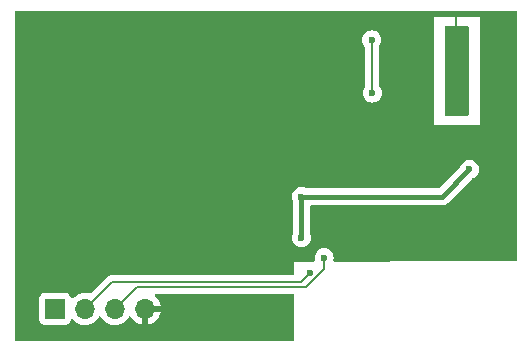
<source format=gbr>
%TF.GenerationSoftware,KiCad,Pcbnew,8.0.3*%
%TF.CreationDate,2024-06-24T08:11:51-04:00*%
%TF.ProjectId,bike_cadence_meter,62696b65-5f63-4616-9465-6e63655f6d65,rev?*%
%TF.SameCoordinates,Original*%
%TF.FileFunction,Copper,L2,Bot*%
%TF.FilePolarity,Positive*%
%FSLAX46Y46*%
G04 Gerber Fmt 4.6, Leading zero omitted, Abs format (unit mm)*
G04 Created by KiCad (PCBNEW 8.0.3) date 2024-06-24 08:11:51*
%MOMM*%
%LPD*%
G01*
G04 APERTURE LIST*
%TA.AperFunction,ComponentPad*%
%ADD10R,1.700000X1.700000*%
%TD*%
%TA.AperFunction,ComponentPad*%
%ADD11O,1.700000X1.700000*%
%TD*%
%TA.AperFunction,ViaPad*%
%ADD12C,0.600000*%
%TD*%
%TA.AperFunction,Conductor*%
%ADD13C,0.200000*%
%TD*%
%TA.AperFunction,Conductor*%
%ADD14C,0.400000*%
%TD*%
G04 APERTURE END LIST*
D10*
%TO.P,J2,1,Pin_1*%
%TO.N,VCC*%
X28630000Y-46750000D03*
D11*
%TO.P,J2,2,Pin_2*%
%TO.N,SWDIO*%
X31170000Y-46750000D03*
%TO.P,J2,3,Pin_3*%
%TO.N,SWDCLK*%
X33710000Y-46750000D03*
%TO.P,J2,4,Pin_4*%
%TO.N,GND*%
X36250000Y-46750000D03*
%TD*%
D12*
%TO.N,GND*%
X53250000Y-22750000D03*
X60000000Y-26250000D03*
X36250000Y-40750000D03*
X65250000Y-26250000D03*
X64475000Y-36025000D03*
X47000000Y-41750000D03*
X55550000Y-31250000D03*
X30750000Y-32000000D03*
X41000000Y-41750000D03*
X44250000Y-32000000D03*
X49925000Y-29500000D03*
X64280000Y-42280000D03*
%TO.N,VCC*%
X63725000Y-34955000D03*
X49500000Y-40750000D03*
X49500000Y-37250000D03*
%TO.N,SWDCLK*%
X51420000Y-42420000D03*
%TO.N,INT_1*%
X55500000Y-28500000D03*
X55450000Y-23987500D03*
%TO.N,SWDIO*%
X50250000Y-43750000D03*
%TD*%
D13*
%TO.N,INT_1*%
X55450000Y-28450000D02*
X55450000Y-23987500D01*
X55500000Y-28500000D02*
X55450000Y-28450000D01*
%TO.N,SWDIO*%
X49500000Y-44500000D02*
X50250000Y-43750000D01*
X31170000Y-46750000D02*
X33420000Y-44500000D01*
X33420000Y-44500000D02*
X49500000Y-44500000D01*
%TO.N,SWDCLK*%
X51420000Y-43357818D02*
X51420000Y-42420000D01*
X49877818Y-44900000D02*
X51420000Y-43357818D01*
X35560000Y-44900000D02*
X49877818Y-44900000D01*
X33710000Y-46750000D02*
X35560000Y-44900000D01*
%TO.N,GND*%
X62600000Y-21800000D02*
X62600000Y-23000000D01*
D14*
%TO.N,VCC*%
X61430000Y-37250000D02*
X49500000Y-37250000D01*
X63725000Y-34955000D02*
X61430000Y-37250000D01*
X49500000Y-40750000D02*
X49500000Y-37250000D01*
%TD*%
%TA.AperFunction,Conductor*%
%TO.N,GND*%
G36*
X67692539Y-21520185D02*
G01*
X67738294Y-21572989D01*
X67749500Y-21624500D01*
X67749500Y-42575500D01*
X67729815Y-42642539D01*
X67677011Y-42688294D01*
X67625500Y-42699500D01*
X64600000Y-42699500D01*
X64600000Y-22080000D01*
X60700000Y-22080000D01*
X60700000Y-36549500D01*
X49925494Y-36549500D01*
X49859523Y-36530494D01*
X49849525Y-36524212D01*
X49679254Y-36464631D01*
X49679249Y-36464630D01*
X49500004Y-36444435D01*
X49499996Y-36444435D01*
X49320750Y-36464630D01*
X49320745Y-36464631D01*
X49150476Y-36524211D01*
X48997737Y-36620184D01*
X48870184Y-36747737D01*
X48774211Y-36900476D01*
X48714631Y-37070745D01*
X48714630Y-37070750D01*
X48694435Y-37249996D01*
X48694435Y-37250003D01*
X48714630Y-37429249D01*
X48714631Y-37429254D01*
X48774212Y-37599525D01*
X48780492Y-37609519D01*
X48799500Y-37675493D01*
X48799500Y-40324507D01*
X48780494Y-40390478D01*
X48774209Y-40400479D01*
X48714633Y-40570737D01*
X48714630Y-40570750D01*
X48694435Y-40749996D01*
X48694435Y-40750003D01*
X48714630Y-40929249D01*
X48714631Y-40929254D01*
X48774211Y-41099523D01*
X48870184Y-41252262D01*
X48997738Y-41379816D01*
X49150478Y-41475789D01*
X49320745Y-41535368D01*
X49320750Y-41535369D01*
X49499996Y-41555565D01*
X49500000Y-41555565D01*
X49500004Y-41555565D01*
X49679249Y-41535369D01*
X49679252Y-41535368D01*
X49679255Y-41535368D01*
X49849522Y-41475789D01*
X50002262Y-41379816D01*
X50129816Y-41252262D01*
X50225789Y-41099522D01*
X50285368Y-40929255D01*
X50305565Y-40750000D01*
X50285368Y-40570745D01*
X50285367Y-40570743D01*
X50285366Y-40570737D01*
X50225790Y-40400479D01*
X50219506Y-40390478D01*
X50200500Y-40324507D01*
X50200500Y-38074500D01*
X50220185Y-38007461D01*
X50272989Y-37961706D01*
X50324500Y-37950500D01*
X60700000Y-37950500D01*
X60700000Y-42699500D01*
X57134108Y-42699500D01*
X57006814Y-42733608D01*
X56999304Y-42736719D01*
X56998850Y-42735623D01*
X56945197Y-42750000D01*
X52326452Y-42750000D01*
X52259413Y-42730315D01*
X52213658Y-42677511D01*
X52203714Y-42608353D01*
X52205314Y-42599734D01*
X52225565Y-42420003D01*
X52225565Y-42419996D01*
X52205369Y-42240750D01*
X52205368Y-42240745D01*
X52145788Y-42070476D01*
X52049815Y-41917737D01*
X51922262Y-41790184D01*
X51769523Y-41694211D01*
X51599254Y-41634631D01*
X51599249Y-41634630D01*
X51420004Y-41614435D01*
X51419996Y-41614435D01*
X51240750Y-41634630D01*
X51240745Y-41634631D01*
X51070476Y-41694211D01*
X50917737Y-41790184D01*
X50790184Y-41917737D01*
X50694211Y-42070476D01*
X50634631Y-42240745D01*
X50634630Y-42240750D01*
X50614435Y-42419996D01*
X50614435Y-42420003D01*
X50635411Y-42606175D01*
X50633949Y-42606339D01*
X50630171Y-42668132D01*
X50588879Y-42724495D01*
X50523671Y-42749586D01*
X50513548Y-42750000D01*
X48910000Y-42750000D01*
X48910000Y-43775500D01*
X48890315Y-43842539D01*
X48837511Y-43888294D01*
X48786000Y-43899500D01*
X33506670Y-43899500D01*
X33506654Y-43899499D01*
X33499058Y-43899499D01*
X33340943Y-43899499D01*
X33264579Y-43919961D01*
X33188214Y-43940423D01*
X33188209Y-43940426D01*
X33051290Y-44019475D01*
X33051282Y-44019481D01*
X31653530Y-45417233D01*
X31592207Y-45450718D01*
X31533756Y-45449327D01*
X31405413Y-45414938D01*
X31405403Y-45414936D01*
X31170001Y-45394341D01*
X31169999Y-45394341D01*
X30934596Y-45414936D01*
X30934586Y-45414938D01*
X30706344Y-45476094D01*
X30706335Y-45476098D01*
X30492171Y-45575964D01*
X30492169Y-45575965D01*
X30298600Y-45711503D01*
X30176673Y-45833430D01*
X30115350Y-45866914D01*
X30045658Y-45861930D01*
X29989725Y-45820058D01*
X29972810Y-45789081D01*
X29923797Y-45657671D01*
X29923793Y-45657664D01*
X29837547Y-45542455D01*
X29837544Y-45542452D01*
X29722335Y-45456206D01*
X29722328Y-45456202D01*
X29587482Y-45405908D01*
X29587483Y-45405908D01*
X29527883Y-45399501D01*
X29527881Y-45399500D01*
X29527873Y-45399500D01*
X29527864Y-45399500D01*
X27732129Y-45399500D01*
X27732123Y-45399501D01*
X27672516Y-45405908D01*
X27537671Y-45456202D01*
X27537664Y-45456206D01*
X27422455Y-45542452D01*
X27422452Y-45542455D01*
X27336206Y-45657664D01*
X27336202Y-45657671D01*
X27285908Y-45792517D01*
X27279501Y-45852116D01*
X27279500Y-45852135D01*
X27279500Y-47647870D01*
X27279501Y-47647876D01*
X27285908Y-47707483D01*
X27336202Y-47842328D01*
X27336206Y-47842335D01*
X27422452Y-47957544D01*
X27422455Y-47957547D01*
X27537664Y-48043793D01*
X27537671Y-48043797D01*
X27672517Y-48094091D01*
X27672516Y-48094091D01*
X27679444Y-48094835D01*
X27732127Y-48100500D01*
X29527872Y-48100499D01*
X29587483Y-48094091D01*
X29722331Y-48043796D01*
X29837546Y-47957546D01*
X29923796Y-47842331D01*
X29972810Y-47710916D01*
X30014681Y-47654984D01*
X30080145Y-47630566D01*
X30148418Y-47645417D01*
X30176673Y-47666569D01*
X30298599Y-47788495D01*
X30395384Y-47856265D01*
X30492165Y-47924032D01*
X30492167Y-47924033D01*
X30492170Y-47924035D01*
X30706337Y-48023903D01*
X30934592Y-48085063D01*
X31111034Y-48100500D01*
X31169999Y-48105659D01*
X31170000Y-48105659D01*
X31170001Y-48105659D01*
X31228966Y-48100500D01*
X31405408Y-48085063D01*
X31633663Y-48023903D01*
X31847830Y-47924035D01*
X32041401Y-47788495D01*
X32208495Y-47621401D01*
X32338425Y-47435842D01*
X32393002Y-47392217D01*
X32462500Y-47385023D01*
X32524855Y-47416546D01*
X32541575Y-47435842D01*
X32671281Y-47621082D01*
X32671505Y-47621401D01*
X32838599Y-47788495D01*
X32935384Y-47856265D01*
X33032165Y-47924032D01*
X33032167Y-47924033D01*
X33032170Y-47924035D01*
X33246337Y-48023903D01*
X33474592Y-48085063D01*
X33651034Y-48100500D01*
X33709999Y-48105659D01*
X33710000Y-48105659D01*
X33710001Y-48105659D01*
X33768966Y-48100500D01*
X33945408Y-48085063D01*
X34173663Y-48023903D01*
X34387830Y-47924035D01*
X34581401Y-47788495D01*
X34748495Y-47621401D01*
X34878730Y-47435405D01*
X34933307Y-47391781D01*
X35002805Y-47384587D01*
X35065160Y-47416110D01*
X35081879Y-47435405D01*
X35211890Y-47621078D01*
X35378917Y-47788105D01*
X35572421Y-47923600D01*
X35786507Y-48023429D01*
X35786516Y-48023433D01*
X36000000Y-48080634D01*
X36000000Y-47183012D01*
X36057007Y-47215925D01*
X36184174Y-47250000D01*
X36315826Y-47250000D01*
X36442993Y-47215925D01*
X36500000Y-47183012D01*
X36500000Y-48080633D01*
X36713483Y-48023433D01*
X36713492Y-48023429D01*
X36927578Y-47923600D01*
X37121082Y-47788105D01*
X37288105Y-47621082D01*
X37423600Y-47427578D01*
X37523429Y-47213492D01*
X37523432Y-47213486D01*
X37580636Y-47000000D01*
X36683012Y-47000000D01*
X36715925Y-46942993D01*
X36750000Y-46815826D01*
X36750000Y-46684174D01*
X36715925Y-46557007D01*
X36683012Y-46500000D01*
X37580636Y-46500000D01*
X37580635Y-46499999D01*
X37523432Y-46286513D01*
X37523429Y-46286507D01*
X37423600Y-46072422D01*
X37423599Y-46072420D01*
X37288113Y-45878926D01*
X37288108Y-45878920D01*
X37121369Y-45712181D01*
X37087884Y-45650858D01*
X37092868Y-45581166D01*
X37134740Y-45525233D01*
X37200204Y-45500816D01*
X37209050Y-45500500D01*
X48786000Y-45500500D01*
X48853039Y-45520185D01*
X48898794Y-45572989D01*
X48910000Y-45624500D01*
X48910000Y-49375500D01*
X48890315Y-49442539D01*
X48837511Y-49488294D01*
X48786000Y-49499500D01*
X25374500Y-49499500D01*
X25307461Y-49479815D01*
X25261706Y-49427011D01*
X25250500Y-49375500D01*
X25250500Y-23987496D01*
X54644435Y-23987496D01*
X54644435Y-23987503D01*
X54664630Y-24166749D01*
X54664631Y-24166754D01*
X54724211Y-24337023D01*
X54820185Y-24489763D01*
X54822445Y-24492597D01*
X54823334Y-24494775D01*
X54823889Y-24495658D01*
X54823734Y-24495755D01*
X54848855Y-24557283D01*
X54849500Y-24569912D01*
X54849500Y-27994931D01*
X54830494Y-28060903D01*
X54774211Y-28150477D01*
X54774209Y-28150481D01*
X54714633Y-28320737D01*
X54714630Y-28320750D01*
X54694435Y-28499996D01*
X54694435Y-28500003D01*
X54714630Y-28679249D01*
X54714631Y-28679254D01*
X54774211Y-28849523D01*
X54870184Y-29002262D01*
X54997738Y-29129816D01*
X55150478Y-29225789D01*
X55320745Y-29285368D01*
X55320750Y-29285369D01*
X55499996Y-29305565D01*
X55500000Y-29305565D01*
X55500004Y-29305565D01*
X55679249Y-29285369D01*
X55679252Y-29285368D01*
X55679255Y-29285368D01*
X55849522Y-29225789D01*
X56002262Y-29129816D01*
X56129816Y-29002262D01*
X56225789Y-28849522D01*
X56285368Y-28679255D01*
X56305565Y-28500000D01*
X56285368Y-28320745D01*
X56225789Y-28150478D01*
X56129816Y-27997738D01*
X56086819Y-27954741D01*
X56053334Y-27893418D01*
X56050500Y-27867060D01*
X56050500Y-24569912D01*
X56070185Y-24502873D01*
X56077555Y-24492597D01*
X56079810Y-24489767D01*
X56079816Y-24489762D01*
X56175789Y-24337022D01*
X56235368Y-24166755D01*
X56255565Y-23987500D01*
X56235368Y-23808245D01*
X56175789Y-23637978D01*
X56079816Y-23485238D01*
X55952262Y-23357684D01*
X55799523Y-23261711D01*
X55629254Y-23202131D01*
X55629249Y-23202130D01*
X55450004Y-23181935D01*
X55449996Y-23181935D01*
X55270750Y-23202130D01*
X55270745Y-23202131D01*
X55100476Y-23261711D01*
X54947737Y-23357684D01*
X54820184Y-23485237D01*
X54724211Y-23637976D01*
X54664631Y-23808245D01*
X54664630Y-23808250D01*
X54644435Y-23987496D01*
X25250500Y-23987496D01*
X25250500Y-21624500D01*
X25270185Y-21557461D01*
X25322989Y-21511706D01*
X25374500Y-21500500D01*
X67625500Y-21500500D01*
X67692539Y-21520185D01*
G37*
%TD.AperFunction*%
%TD*%
%TA.AperFunction,Conductor*%
%TO.N,GND*%
G36*
X63593039Y-22799685D02*
G01*
X63638794Y-22852489D01*
X63650000Y-22904000D01*
X63650000Y-30306000D01*
X63630315Y-30373039D01*
X63577511Y-30418794D01*
X63526000Y-30430000D01*
X61774000Y-30430000D01*
X61706961Y-30410315D01*
X61661206Y-30357511D01*
X61650000Y-30306000D01*
X61650000Y-22904000D01*
X61669685Y-22836961D01*
X61722489Y-22791206D01*
X61774000Y-22780000D01*
X63526000Y-22780000D01*
X63593039Y-22799685D01*
G37*
%TD.AperFunction*%
%TD*%
%TA.AperFunction,Conductor*%
%TO.N,GND*%
G36*
X64600000Y-42699500D02*
G01*
X60700000Y-42699500D01*
X60700000Y-37950500D01*
X61498996Y-37950500D01*
X61590040Y-37932389D01*
X61634328Y-37923580D01*
X61698069Y-37897177D01*
X61761807Y-37870777D01*
X61761808Y-37870776D01*
X61761811Y-37870775D01*
X61876543Y-37794114D01*
X63924290Y-35746365D01*
X63971013Y-35717007D01*
X64074522Y-35680789D01*
X64227262Y-35584816D01*
X64354816Y-35457262D01*
X64450789Y-35304522D01*
X64510368Y-35134255D01*
X64530565Y-34955000D01*
X64510368Y-34775745D01*
X64450789Y-34605478D01*
X64354816Y-34452738D01*
X64227262Y-34325184D01*
X64074523Y-34229211D01*
X63904254Y-34169631D01*
X63904249Y-34169630D01*
X63725004Y-34149435D01*
X63724996Y-34149435D01*
X63545750Y-34169630D01*
X63545745Y-34169631D01*
X63375476Y-34229211D01*
X63222737Y-34325184D01*
X63095184Y-34452737D01*
X62999212Y-34605475D01*
X62999211Y-34605476D01*
X62962992Y-34708984D01*
X62933632Y-34755709D01*
X61176162Y-36513181D01*
X61114839Y-36546666D01*
X61088481Y-36549500D01*
X60700000Y-36549500D01*
X60700000Y-31230000D01*
X64600000Y-31230000D01*
X64600000Y-42699500D01*
G37*
%TD.AperFunction*%
%TD*%
M02*

</source>
